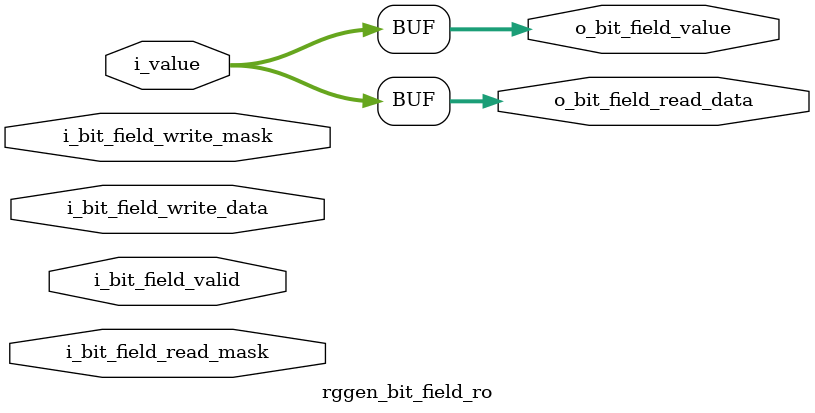
<source format=v>
module rggen_bit_field_ro #(
  parameter WIDTH = 8
)(
  input               i_bit_field_valid,
  input   [WIDTH-1:0] i_bit_field_read_mask,
  input   [WIDTH-1:0] i_bit_field_write_mask,
  input   [WIDTH-1:0] i_bit_field_write_data,
  output  [WIDTH-1:0] o_bit_field_read_data,
  output  [WIDTH-1:0] o_bit_field_value,
  input   [WIDTH-1:0] i_value
);
  assign  o_bit_field_read_data = i_value;
  assign  o_bit_field_value     = i_value;
endmodule

</source>
